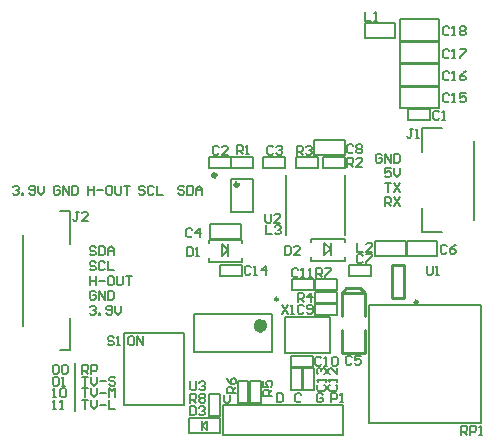
<source format=gto>
%FSLAX25Y25*%
%MOIN*%
G70*
G01*
G75*
G04 Layer_Color=52428*
%ADD10R,0.07087X0.08661*%
%ADD11R,0.05906X0.02953*%
%ADD12R,0.11811X0.08268*%
%ADD13R,0.06693X0.02362*%
%ADD14R,0.10630X0.03937*%
%ADD15R,0.06299X0.08661*%
%ADD16R,0.03543X0.03740*%
%ADD17O,0.06693X0.01693*%
%ADD18R,0.01969X0.02165*%
%ADD19R,0.03000X0.03543*%
%ADD20R,0.16535X0.05512*%
%ADD21R,0.03937X0.05709*%
%ADD22R,0.04331X0.02362*%
%ADD23R,0.05315X0.07087*%
%ADD24R,0.02803X0.03600*%
%ADD25R,0.02804X0.03600*%
%ADD26R,0.02165X0.01969*%
%ADD27O,0.01378X0.06693*%
%ADD28R,0.04724X0.04331*%
%ADD29C,0.03000*%
%ADD30C,0.01500*%
%ADD31C,0.00800*%
%ADD32C,0.01000*%
%ADD33C,0.01200*%
%ADD34C,0.02000*%
%ADD35R,0.05118X0.05118*%
%ADD36C,0.05118*%
%ADD37R,0.05906X0.05906*%
%ADD38C,0.05906*%
%ADD39C,0.01969*%
%ADD40C,0.01181*%
%ADD41C,0.00984*%
%ADD42C,0.02362*%
%ADD43C,0.00500*%
%ADD44C,0.00787*%
D31*
X93200Y28500D02*
Y40500D01*
Y28500D02*
X108200D01*
Y40500D01*
X93200D02*
X108200D01*
D32*
X129032Y46988D02*
X132968D01*
X129032Y58012D02*
X132968D01*
Y46988D02*
Y58012D01*
X129032Y46988D02*
Y58012D01*
X118362Y50205D02*
X119945Y48488D01*
X112055D02*
X113638Y50205D01*
X118362D01*
X112055Y40862D02*
Y48488D01*
Y28512D02*
Y36138D01*
X119945Y28512D02*
Y36138D01*
Y40862D02*
Y48488D01*
X112055Y28512D02*
X119945D01*
X112055Y48488D02*
X119945D01*
D40*
X77681Y84705D02*
G03*
X77681Y84705I-591J0D01*
G01*
X70299Y87854D02*
G03*
X70299Y87854I-591J0D01*
G01*
D41*
X137398Y45610D02*
G03*
X137398Y45610I-492J0D01*
G01*
X90862Y46521D02*
G03*
X90862Y46521I-492J0D01*
G01*
D42*
X86236Y37662D02*
G03*
X86236Y37662I-1181J0D01*
G01*
D43*
X21699Y64964D02*
Y75791D01*
X18353D02*
X21699D01*
Y29531D02*
Y40358D01*
X18353Y29531D02*
X21699D01*
X5951Y37602D02*
Y67818D01*
X156201Y73032D02*
Y99213D01*
X139961Y103642D02*
X145472D01*
X139764Y68996D02*
X145571D01*
X138779D02*
X139764D01*
X138779D02*
Y76772D01*
Y95473D02*
Y103642D01*
X139961D01*
X121200Y44600D02*
X158700D01*
Y5100D02*
Y44600D01*
X121200Y5100D02*
X158700D01*
X121200D02*
Y44600D01*
X39400Y11300D02*
X59400D01*
Y35300D01*
X39400D02*
X59400D01*
X39400Y11300D02*
Y35300D01*
X72126Y60768D02*
Y64902D01*
Y60768D02*
X74193Y62835D01*
X74193D02*
X74193D01*
X72126Y64902D02*
X74193Y62835D01*
X74291Y60768D02*
Y64902D01*
X79015Y58996D02*
Y60177D01*
X67795Y58996D02*
X79015D01*
X67795D02*
Y60177D01*
X79015Y65098D02*
Y66181D01*
X67795D02*
X79015D01*
X67795Y65098D02*
Y66181D01*
X67799Y90350D02*
X75122D01*
X67799D02*
Y93972D01*
X75122D01*
Y90350D02*
Y93972D01*
X75299Y90350D02*
X82622D01*
X75299D02*
Y93972D01*
X82622D01*
Y90350D02*
Y93972D01*
X85739Y90289D02*
X93061D01*
X85739D02*
Y93911D01*
X93061D01*
Y90289D02*
Y93911D01*
X68264Y71658D02*
X78500D01*
X68264Y66618D02*
Y71658D01*
Y66618D02*
X78500D01*
Y71658D01*
X106008Y90354D02*
X113331D01*
X106008D02*
Y93976D01*
X113331D01*
Y90354D02*
Y93976D01*
X97008Y90354D02*
X104331D01*
X97008D02*
Y93976D01*
X104331D01*
Y90354D02*
Y93976D01*
X102972Y94646D02*
X113209D01*
Y99685D01*
X102972D02*
X113209D01*
X102972Y94646D02*
Y99685D01*
X113146Y68079D02*
Y87764D01*
X93461Y68079D02*
Y87764D01*
X106323Y61130D02*
Y65264D01*
Y61130D02*
X108389Y63197D01*
X108389D02*
X108389D01*
X106323Y65264D02*
X108389Y63197D01*
X108488Y61130D02*
Y65264D01*
X113212Y59358D02*
Y60539D01*
X101992Y59358D02*
X113212D01*
X101992D02*
Y60539D01*
X113212Y65461D02*
Y66543D01*
X101992D02*
X113212D01*
X101992Y65461D02*
Y66543D01*
X131390Y110165D02*
X144461D01*
X131390D02*
Y117409D01*
X144461D01*
Y110165D02*
Y117409D01*
X131390Y117665D02*
X144461D01*
X131390D02*
Y124909D01*
X144461D01*
Y117665D02*
Y124909D01*
X131390Y125165D02*
X144461D01*
X131390D02*
Y132409D01*
X144461D01*
Y125165D02*
Y132409D01*
X131390Y132665D02*
X144461D01*
X131390D02*
Y139909D01*
X144461D01*
Y132665D02*
Y139909D01*
X119803Y133480D02*
X130039D01*
Y138520D01*
X119803D02*
X130039D01*
X119803Y133480D02*
Y138520D01*
X134339Y106189D02*
X141661D01*
X134339D02*
Y109811D01*
X141661D01*
Y106189D02*
Y109811D01*
X123303Y60980D02*
X133539D01*
Y66020D01*
X123303D02*
X133539D01*
X123303Y60980D02*
Y66020D01*
X133803Y60980D02*
X144039D01*
Y66020D01*
X133803D02*
X144039D01*
X133803Y60980D02*
Y66020D01*
X114639Y58011D02*
X121961D01*
Y54389D02*
Y58011D01*
X114639Y54389D02*
X121961D01*
X114639D02*
Y58011D01*
X67187Y2900D02*
Y5900D01*
X65687Y4400D02*
X67187Y5900D01*
X65687Y4400D02*
X67187Y2900D01*
X65687D02*
Y5900D01*
X67989Y7739D02*
Y15061D01*
X71611D01*
Y7739D02*
Y15061D01*
X67989Y7739D02*
X71611D01*
X103239Y49011D02*
X110561D01*
Y45389D02*
Y49011D01*
X103239Y45389D02*
X110561D01*
X103239D02*
Y49011D01*
Y41189D02*
X110561D01*
X103239D02*
Y44811D01*
X110561D01*
Y41189D02*
Y44811D01*
X95339Y24089D02*
X102661D01*
X95339D02*
Y27711D01*
X102661D01*
Y24089D02*
Y27711D01*
X95439Y53111D02*
X102761D01*
Y49489D02*
Y53111D01*
X95439Y49489D02*
X102761D01*
X95439D02*
Y53111D01*
X103239D02*
X110561D01*
Y49489D02*
Y53111D01*
X103239Y49489D02*
X110561D01*
X103239D02*
Y53111D01*
X71639Y54389D02*
X78961D01*
X71639D02*
Y58011D01*
X78961D01*
Y54389D02*
Y58011D01*
X98811Y16239D02*
Y23561D01*
X95189Y16239D02*
X98811D01*
X95189D02*
Y23561D01*
X98811D01*
X102911Y16239D02*
Y23561D01*
X99289Y16239D02*
X102911D01*
X99289D02*
Y23561D01*
X102911D01*
X81489Y11939D02*
Y19261D01*
X85111D01*
Y11939D02*
Y19261D01*
X81489Y11939D02*
X85111D01*
X77389D02*
Y19261D01*
X81011D01*
Y11939D02*
Y19261D01*
X77389Y11939D02*
X81011D01*
X23122Y9342D02*
Y25153D01*
X144633Y108897D02*
X144133Y109397D01*
X143134D01*
X142634Y108897D01*
Y106897D01*
X143134Y106398D01*
X144133D01*
X144633Y106897D01*
X145633Y106398D02*
X146633D01*
X146133D01*
Y109397D01*
X145633Y108897D01*
X71082Y97235D02*
X70582Y97735D01*
X69582D01*
X69083Y97235D01*
Y95236D01*
X69582Y94736D01*
X70582D01*
X71082Y95236D01*
X74081Y94736D02*
X72082D01*
X74081Y96736D01*
Y97235D01*
X73581Y97735D01*
X72582D01*
X72082Y97235D01*
X89277Y97174D02*
X88778Y97674D01*
X87778D01*
X87278Y97174D01*
Y95175D01*
X87778Y94675D01*
X88778D01*
X89277Y95175D01*
X90277Y97174D02*
X90777Y97674D01*
X91777D01*
X92276Y97174D01*
Y96674D01*
X91777Y96174D01*
X91277D01*
X91777D01*
X92276Y95675D01*
Y95175D01*
X91777Y94675D01*
X90777D01*
X90277Y95175D01*
X62271Y69657D02*
X61771Y70157D01*
X60772D01*
X60272Y69657D01*
Y67657D01*
X60772Y67158D01*
X61771D01*
X62271Y67657D01*
X64770Y67158D02*
Y70157D01*
X63271Y68657D01*
X65270D01*
X115499Y27099D02*
X114999Y27599D01*
X114000D01*
X113500Y27099D01*
Y25100D01*
X114000Y24600D01*
X114999D01*
X115499Y25100D01*
X118498Y27599D02*
X116499D01*
Y26100D01*
X117499Y26599D01*
X117999D01*
X118498Y26100D01*
Y25100D01*
X117999Y24600D01*
X116999D01*
X116499Y25100D01*
X147078Y64212D02*
X146578Y64712D01*
X145579D01*
X145079Y64212D01*
Y62212D01*
X145579Y61713D01*
X146578D01*
X147078Y62212D01*
X150077Y64712D02*
X149077Y64212D01*
X148078Y63212D01*
Y62212D01*
X148578Y61713D01*
X149577D01*
X150077Y62212D01*
Y62712D01*
X149577Y63212D01*
X148078D01*
X119099Y60999D02*
X118599Y61499D01*
X117600D01*
X117100Y60999D01*
Y59000D01*
X117600Y58500D01*
X118599D01*
X119099Y59000D01*
X120099Y61499D02*
X122098D01*
Y60999D01*
X120099Y59000D01*
Y58500D01*
X115899Y97699D02*
X115400Y98199D01*
X114400D01*
X113900Y97699D01*
Y95700D01*
X114400Y95200D01*
X115400D01*
X115899Y95700D01*
X116899Y97699D02*
X117399Y98199D01*
X118399D01*
X118898Y97699D01*
Y97199D01*
X118399Y96700D01*
X118898Y96200D01*
Y95700D01*
X118399Y95200D01*
X117399D01*
X116899Y95700D01*
Y96200D01*
X117399Y96700D01*
X116899Y97199D01*
Y97699D01*
X117399Y96700D02*
X118399D01*
X99499Y44232D02*
X99000Y44731D01*
X98000D01*
X97500Y44232D01*
Y42232D01*
X98000Y41732D01*
X99000D01*
X99499Y42232D01*
X100499D02*
X100999Y41732D01*
X101999D01*
X102498Y42232D01*
Y44232D01*
X101999Y44731D01*
X100999D01*
X100499Y44232D01*
Y43732D01*
X100999Y43232D01*
X102498D01*
X105299Y26899D02*
X104799Y27399D01*
X103800D01*
X103300Y26899D01*
Y24900D01*
X103800Y24400D01*
X104799D01*
X105299Y24900D01*
X106299Y24400D02*
X107299D01*
X106799D01*
Y27399D01*
X106299Y26899D01*
X108798D02*
X109298Y27399D01*
X110298D01*
X110798Y26899D01*
Y24900D01*
X110298Y24400D01*
X109298D01*
X108798Y24900D01*
Y26899D01*
X97699Y56399D02*
X97199Y56899D01*
X96200D01*
X95700Y56399D01*
Y54400D01*
X96200Y53900D01*
X97199D01*
X97699Y54400D01*
X98699Y53900D02*
X99699D01*
X99199D01*
Y56899D01*
X98699Y56399D01*
X101198Y53900D02*
X102198D01*
X101698D01*
Y56899D01*
X101198Y56399D01*
X108101Y17999D02*
X107601Y17500D01*
Y16500D01*
X108101Y16000D01*
X110100D01*
X110600Y16500D01*
Y17500D01*
X110100Y17999D01*
X110600Y18999D02*
Y19999D01*
Y19499D01*
X107601D01*
X108101Y18999D01*
X110600Y23498D02*
Y21498D01*
X108601Y23498D01*
X108101D01*
X107601Y22998D01*
Y21998D01*
X108101Y21498D01*
X104301Y17999D02*
X103801Y17500D01*
Y16500D01*
X104301Y16000D01*
X106300D01*
X106800Y16500D01*
Y17500D01*
X106300Y17999D01*
X106800Y18999D02*
Y19999D01*
Y19499D01*
X103801D01*
X104301Y18999D01*
Y21498D02*
X103801Y21998D01*
Y22998D01*
X104301Y23498D01*
X104801D01*
X105300Y22998D01*
Y22498D01*
Y22998D01*
X105800Y23498D01*
X106300D01*
X106800Y22998D01*
Y21998D01*
X106300Y21498D01*
X81799Y57099D02*
X81300Y57599D01*
X80300D01*
X79800Y57099D01*
Y55100D01*
X80300Y54600D01*
X81300D01*
X81799Y55100D01*
X82799Y54600D02*
X83799D01*
X83299D01*
Y57599D01*
X82799Y57099D01*
X86798Y54600D02*
Y57599D01*
X85298Y56099D01*
X87298D01*
X60480Y63834D02*
Y60835D01*
X61980D01*
X62480Y61335D01*
Y63334D01*
X61980Y63834D01*
X60480D01*
X63479Y60835D02*
X64479D01*
X63979D01*
Y63834D01*
X63479Y63334D01*
X93209Y64318D02*
Y61319D01*
X94708D01*
X95208Y61819D01*
Y63818D01*
X94708Y64318D01*
X93209D01*
X98207Y61319D02*
X96208D01*
X98207Y63318D01*
Y63818D01*
X97707Y64318D01*
X96707D01*
X96208Y63818D01*
X61500Y10899D02*
Y7900D01*
X62999D01*
X63499Y8400D01*
Y10399D01*
X62999Y10899D01*
X61500D01*
X64499Y10399D02*
X64999Y10899D01*
X65999D01*
X66498Y10399D01*
Y9899D01*
X65999Y9399D01*
X65499D01*
X65999D01*
X66498Y8900D01*
Y8400D01*
X65999Y7900D01*
X64999D01*
X64499Y8400D01*
X135858Y103393D02*
X134858D01*
X135358D01*
Y100893D01*
X134858Y100394D01*
X134358D01*
X133858Y100893D01*
X136857Y100394D02*
X137857D01*
X137357D01*
Y103393D01*
X136857Y102893D01*
X24499Y75599D02*
X23500D01*
X24000D01*
Y73100D01*
X23500Y72600D01*
X23000D01*
X22500Y73100D01*
X27498Y72600D02*
X25499D01*
X27498Y74599D01*
Y75099D01*
X26999Y75599D01*
X25999D01*
X25499Y75099D01*
X119980Y142401D02*
Y139402D01*
X121980D01*
X122979D02*
X123979D01*
X123479D01*
Y142401D01*
X122979Y141901D01*
X117300Y65399D02*
Y62400D01*
X119299D01*
X122298D02*
X120299D01*
X122298Y64399D01*
Y64899D01*
X121799Y65399D01*
X120799D01*
X120299Y64899D01*
X86748Y71141D02*
Y68142D01*
X88747D01*
X89747Y70641D02*
X90247Y71141D01*
X91247D01*
X91746Y70641D01*
Y70141D01*
X91247Y69641D01*
X90747D01*
X91247D01*
X91746Y69141D01*
Y68642D01*
X91247Y68142D01*
X90247D01*
X89747Y68642D01*
X108600Y12100D02*
Y15099D01*
X110099D01*
X110599Y14599D01*
Y13600D01*
X110099Y13100D01*
X108600D01*
X111599Y12100D02*
X112599D01*
X112099D01*
Y15099D01*
X111599Y14599D01*
X77153Y94835D02*
Y97834D01*
X78653D01*
X79153Y97334D01*
Y96334D01*
X78653Y95834D01*
X77153D01*
X78153D02*
X79153Y94835D01*
X80153D02*
X81152D01*
X80652D01*
Y97834D01*
X80153Y97334D01*
X114020Y90634D02*
Y93633D01*
X115519D01*
X116019Y93133D01*
Y92133D01*
X115519Y91633D01*
X114020D01*
X115019D02*
X116019Y90634D01*
X119018D02*
X117019D01*
X119018Y92633D01*
Y93133D01*
X118518Y93633D01*
X117519D01*
X117019Y93133D01*
X97200Y94600D02*
Y97599D01*
X98699D01*
X99199Y97099D01*
Y96100D01*
X98699Y95600D01*
X97200D01*
X98200D02*
X99199Y94600D01*
X100199Y97099D02*
X100699Y97599D01*
X101699D01*
X102198Y97099D01*
Y96599D01*
X101699Y96100D01*
X101199D01*
X101699D01*
X102198Y95600D01*
Y95100D01*
X101699Y94600D01*
X100699D01*
X100199Y95100D01*
X97500Y45600D02*
Y48599D01*
X99000D01*
X99499Y48099D01*
Y47100D01*
X99000Y46600D01*
X97500D01*
X98500D02*
X99499Y45600D01*
X101999D02*
Y48599D01*
X100499Y47100D01*
X102498D01*
X88900Y14400D02*
X85901D01*
Y15900D01*
X86401Y16399D01*
X87401D01*
X87900Y15900D01*
Y14400D01*
Y15400D02*
X88900Y16399D01*
X85901Y19398D02*
Y17399D01*
X87401D01*
X86901Y18399D01*
Y18899D01*
X87401Y19398D01*
X88400D01*
X88900Y18899D01*
Y17899D01*
X88400Y17399D01*
X76800Y15100D02*
X73801D01*
Y16600D01*
X74301Y17099D01*
X75301D01*
X75800Y16600D01*
Y15100D01*
Y16100D02*
X76800Y17099D01*
X73801Y20098D02*
X74301Y19099D01*
X75301Y18099D01*
X76300D01*
X76800Y18599D01*
Y19599D01*
X76300Y20098D01*
X75800D01*
X75301Y19599D01*
Y18099D01*
X103600Y53900D02*
Y56899D01*
X105099D01*
X105599Y56399D01*
Y55400D01*
X105099Y54900D01*
X103600D01*
X104600D02*
X105599Y53900D01*
X106599Y56899D02*
X108598D01*
Y56399D01*
X106599Y54400D01*
Y53900D01*
X61600Y12000D02*
Y14999D01*
X63099D01*
X63599Y14499D01*
Y13499D01*
X63099Y13000D01*
X61600D01*
X62600D02*
X63599Y12000D01*
X64599Y14499D02*
X65099Y14999D01*
X66099D01*
X66598Y14499D01*
Y13999D01*
X66099Y13499D01*
X66598Y13000D01*
Y12500D01*
X66099Y12000D01*
X65099D01*
X64599Y12500D01*
Y13000D01*
X65099Y13499D01*
X64599Y13999D01*
Y14499D01*
X65099Y13499D02*
X66099D01*
X151969Y1280D02*
Y4279D01*
X153468D01*
X153968Y3779D01*
Y2779D01*
X153468Y2279D01*
X151969D01*
X152968D02*
X153968Y1280D01*
X154967D02*
Y4279D01*
X156467D01*
X156967Y3779D01*
Y2779D01*
X156467Y2279D01*
X154967D01*
X157967Y1280D02*
X158966D01*
X158466D01*
Y4279D01*
X157967Y3779D01*
X36183Y33708D02*
X35683Y34208D01*
X34683D01*
X34183Y33708D01*
Y33208D01*
X34683Y32708D01*
X35683D01*
X36183Y32208D01*
Y31708D01*
X35683Y31209D01*
X34683D01*
X34183Y31708D01*
X37183Y31209D02*
X38182D01*
X37682D01*
Y34208D01*
X37183Y33708D01*
X140551Y57625D02*
Y55126D01*
X141051Y54626D01*
X142051D01*
X142551Y55126D01*
Y57625D01*
X143550Y54626D02*
X144550D01*
X144050D01*
Y57625D01*
X143550Y57125D01*
X86650Y74979D02*
Y72480D01*
X87150Y71980D01*
X88149D01*
X88649Y72480D01*
Y74979D01*
X91648Y71980D02*
X89649D01*
X91648Y73980D01*
Y74480D01*
X91148Y74979D01*
X90149D01*
X89649Y74480D01*
X61700Y19099D02*
Y16600D01*
X62200Y16100D01*
X63200D01*
X63699Y16600D01*
Y19099D01*
X64699Y18599D02*
X65199Y19099D01*
X66199D01*
X66698Y18599D01*
Y18099D01*
X66199Y17600D01*
X65699D01*
X66199D01*
X66698Y17100D01*
Y16600D01*
X66199Y16100D01*
X65199D01*
X64699Y16600D01*
X147964Y114704D02*
X147464Y115204D01*
X146464D01*
X145965Y114704D01*
Y112705D01*
X146464Y112205D01*
X147464D01*
X147964Y112705D01*
X148964Y112205D02*
X149963D01*
X149463D01*
Y115204D01*
X148964Y114704D01*
X153462Y115204D02*
X151463D01*
Y113704D01*
X152462Y114204D01*
X152962D01*
X153462Y113704D01*
Y112705D01*
X152962Y112205D01*
X151963D01*
X151463Y112705D01*
X147964Y121987D02*
X147464Y122487D01*
X146464D01*
X145965Y121987D01*
Y119988D01*
X146464Y119488D01*
X147464D01*
X147964Y119988D01*
X148964Y119488D02*
X149963D01*
X149463D01*
Y122487D01*
X148964Y121987D01*
X153462Y122487D02*
X152462Y121987D01*
X151463Y120988D01*
Y119988D01*
X151963Y119488D01*
X152962D01*
X153462Y119988D01*
Y120488D01*
X152962Y120988D01*
X151463D01*
X147964Y129369D02*
X147464Y129869D01*
X146464D01*
X145965Y129369D01*
Y127370D01*
X146464Y126870D01*
X147464D01*
X147964Y127370D01*
X148964Y126870D02*
X149963D01*
X149463D01*
Y129869D01*
X148964Y129369D01*
X151463Y129869D02*
X153462D01*
Y129369D01*
X151463Y127370D01*
Y126870D01*
X147964Y137046D02*
X147464Y137546D01*
X146464D01*
X145965Y137046D01*
Y135047D01*
X146464Y134547D01*
X147464D01*
X147964Y135047D01*
X148964Y134547D02*
X149963D01*
X149463D01*
Y137546D01*
X148964Y137046D01*
X151463D02*
X151963Y137546D01*
X152962D01*
X153462Y137046D01*
Y136547D01*
X152962Y136047D01*
X153462Y135547D01*
Y135047D01*
X152962Y134547D01*
X151963D01*
X151463Y135047D01*
Y135547D01*
X151963Y136047D01*
X151463Y136547D01*
Y137046D01*
X151963Y136047D02*
X152962D01*
X92200Y44599D02*
X94199Y41600D01*
Y44599D02*
X92200Y41600D01*
X95199D02*
X96199D01*
X95699D01*
Y44599D01*
X95199Y44099D01*
X30199Y63699D02*
X29700Y64199D01*
X28700D01*
X28200Y63699D01*
Y63199D01*
X28700Y62700D01*
X29700D01*
X30199Y62200D01*
Y61700D01*
X29700Y61200D01*
X28700D01*
X28200Y61700D01*
X31199Y64199D02*
Y61200D01*
X32699D01*
X33198Y61700D01*
Y63699D01*
X32699Y64199D01*
X31199D01*
X34198Y61200D02*
Y63199D01*
X35198Y64199D01*
X36197Y63199D01*
Y61200D01*
Y62700D01*
X34198D01*
X30199Y58724D02*
X29700Y59224D01*
X28700D01*
X28200Y58724D01*
Y58224D01*
X28700Y57724D01*
X29700D01*
X30199Y57225D01*
Y56725D01*
X29700Y56225D01*
X28700D01*
X28200Y56725D01*
X33198Y58724D02*
X32699Y59224D01*
X31699D01*
X31199Y58724D01*
Y56725D01*
X31699Y56225D01*
X32699D01*
X33198Y56725D01*
X34198Y59224D02*
Y56225D01*
X36197D01*
X28200Y54249D02*
Y51250D01*
Y52750D01*
X30199D01*
Y54249D01*
Y51250D01*
X31199Y52750D02*
X33198D01*
X35698Y54249D02*
X34698D01*
X34198Y53749D01*
Y51750D01*
X34698Y51250D01*
X35698D01*
X36197Y51750D01*
Y53749D01*
X35698Y54249D01*
X37197D02*
Y51750D01*
X37697Y51250D01*
X38697D01*
X39196Y51750D01*
Y54249D01*
X40196D02*
X42195D01*
X41196D01*
Y51250D01*
X30199Y48774D02*
X29700Y49274D01*
X28700D01*
X28200Y48774D01*
Y46775D01*
X28700Y46275D01*
X29700D01*
X30199Y46775D01*
Y47774D01*
X29200D01*
X31199Y46275D02*
Y49274D01*
X33198Y46275D01*
Y49274D01*
X34198D02*
Y46275D01*
X35698D01*
X36197Y46775D01*
Y48774D01*
X35698Y49274D01*
X34198D01*
X28200Y43799D02*
X28700Y44299D01*
X29700D01*
X30199Y43799D01*
Y43299D01*
X29700Y42799D01*
X29200D01*
X29700D01*
X30199Y42300D01*
Y41800D01*
X29700Y41300D01*
X28700D01*
X28200Y41800D01*
X31199Y41300D02*
Y41800D01*
X31699D01*
Y41300D01*
X31199D01*
X33698Y41800D02*
X34198Y41300D01*
X35198D01*
X35698Y41800D01*
Y43799D01*
X35198Y44299D01*
X34198D01*
X33698Y43799D01*
Y43299D01*
X34198Y42799D01*
X35698D01*
X36697Y44299D02*
Y42300D01*
X37697Y41300D01*
X38697Y42300D01*
Y44299D01*
X2400Y83899D02*
X2900Y84399D01*
X3900D01*
X4399Y83899D01*
Y83399D01*
X3900Y82899D01*
X3400D01*
X3900D01*
X4399Y82400D01*
Y81900D01*
X3900Y81400D01*
X2900D01*
X2400Y81900D01*
X5399Y81400D02*
Y81900D01*
X5899D01*
Y81400D01*
X5399D01*
X7898Y81900D02*
X8398Y81400D01*
X9398D01*
X9898Y81900D01*
Y83899D01*
X9398Y84399D01*
X8398D01*
X7898Y83899D01*
Y83399D01*
X8398Y82899D01*
X9898D01*
X10897Y84399D02*
Y82400D01*
X11897Y81400D01*
X12897Y82400D01*
Y84399D01*
X18099Y83899D02*
X17600Y84399D01*
X16600D01*
X16100Y83899D01*
Y81900D01*
X16600Y81400D01*
X17600D01*
X18099Y81900D01*
Y82899D01*
X17100D01*
X19099Y81400D02*
Y84399D01*
X21098Y81400D01*
Y84399D01*
X22098D02*
Y81400D01*
X23598D01*
X24097Y81900D01*
Y83899D01*
X23598Y84399D01*
X22098D01*
X27600D02*
Y81400D01*
Y82899D01*
X29599D01*
Y84399D01*
Y81400D01*
X30599Y82899D02*
X32598D01*
X35098Y84399D02*
X34098D01*
X33598Y83899D01*
Y81900D01*
X34098Y81400D01*
X35098D01*
X35597Y81900D01*
Y83899D01*
X35098Y84399D01*
X36597D02*
Y81900D01*
X37097Y81400D01*
X38097D01*
X38596Y81900D01*
Y84399D01*
X39596D02*
X41596D01*
X40596D01*
Y81400D01*
X46499Y83899D02*
X46000Y84399D01*
X45000D01*
X44500Y83899D01*
Y83399D01*
X45000Y82899D01*
X46000D01*
X46499Y82400D01*
Y81900D01*
X46000Y81400D01*
X45000D01*
X44500Y81900D01*
X49498Y83899D02*
X48999Y84399D01*
X47999D01*
X47499Y83899D01*
Y81900D01*
X47999Y81400D01*
X48999D01*
X49498Y81900D01*
X50498Y84399D02*
Y81400D01*
X52497D01*
X59699Y83899D02*
X59200Y84399D01*
X58200D01*
X57700Y83899D01*
Y83399D01*
X58200Y82899D01*
X59200D01*
X59699Y82400D01*
Y81900D01*
X59200Y81400D01*
X58200D01*
X57700Y81900D01*
X60699Y84399D02*
Y81400D01*
X62199D01*
X62698Y81900D01*
Y83899D01*
X62199Y84399D01*
X60699D01*
X63698Y81400D02*
Y83399D01*
X64698Y84399D01*
X65697Y83399D01*
Y81400D01*
Y82899D01*
X63698D01*
X42444Y34101D02*
X41445D01*
X40945Y33601D01*
Y31602D01*
X41445Y31102D01*
X42444D01*
X42944Y31602D01*
Y33601D01*
X42444Y34101D01*
X43944Y31102D02*
Y34101D01*
X45943Y31102D01*
Y34101D01*
X125394Y94499D02*
X124895Y94999D01*
X123895D01*
X123395Y94499D01*
Y92500D01*
X123895Y92000D01*
X124895D01*
X125394Y92500D01*
Y93499D01*
X124395D01*
X126394Y92000D02*
Y94999D01*
X128393Y92000D01*
Y94999D01*
X129393D02*
Y92000D01*
X130893D01*
X131393Y92500D01*
Y94499D01*
X130893Y94999D01*
X129393D01*
X128393Y90166D02*
X126394D01*
Y88666D01*
X127394Y89166D01*
X127894D01*
X128393Y88666D01*
Y87666D01*
X127894Y87167D01*
X126894D01*
X126394Y87666D01*
X129393Y90166D02*
Y88166D01*
X130393Y87167D01*
X131393Y88166D01*
Y90166D01*
X126394Y85332D02*
X128393D01*
X127394D01*
Y82333D01*
X129393Y85332D02*
X131393Y82333D01*
Y85332D02*
X129393Y82333D01*
X126394Y77500D02*
Y80499D01*
X127894D01*
X128393Y79999D01*
Y79000D01*
X127894Y78500D01*
X126394D01*
X127394D02*
X128393Y77500D01*
X129393Y80499D02*
X131393Y77500D01*
Y80499D02*
X129393Y77500D01*
X25591Y12842D02*
X27590D01*
X26590D01*
Y9843D01*
X28590Y12842D02*
Y10842D01*
X29589Y9843D01*
X30589Y10842D01*
Y12842D01*
X31589Y11342D02*
X33588D01*
X34588Y12842D02*
Y9843D01*
X36587D01*
X25591Y20716D02*
X27590D01*
X26590D01*
Y17717D01*
X28590Y20716D02*
Y18716D01*
X29589Y17717D01*
X30589Y18716D01*
Y20716D01*
X31589Y19216D02*
X33588D01*
X36587Y20216D02*
X36087Y20716D01*
X35087D01*
X34588Y20216D01*
Y19716D01*
X35087Y19216D01*
X36087D01*
X36587Y18716D01*
Y18216D01*
X36087Y17717D01*
X35087D01*
X34588Y18216D01*
X25591Y16779D02*
X27590D01*
X26590D01*
Y13780D01*
X28590Y16779D02*
Y14779D01*
X29589Y13780D01*
X30589Y14779D01*
Y16779D01*
X31589Y15279D02*
X33588D01*
X34588Y13780D02*
Y16779D01*
X35587Y15779D01*
X36587Y16779D01*
Y13780D01*
X15748Y24153D02*
X16248Y24653D01*
X17248D01*
X17747Y24153D01*
Y22153D01*
X17248Y21654D01*
X16248D01*
X15748Y22153D01*
Y24153D01*
X18747D02*
X19247Y24653D01*
X20247D01*
X20746Y24153D01*
Y22153D01*
X20247Y21654D01*
X19247D01*
X18747Y22153D01*
Y24153D01*
X25591Y21654D02*
Y24653D01*
X27090D01*
X27590Y24153D01*
Y23153D01*
X27090Y22653D01*
X25591D01*
X26590D02*
X27590Y21654D01*
X28590D02*
Y24653D01*
X30089D01*
X30589Y24153D01*
Y23153D01*
X30089Y22653D01*
X28590D01*
X15748Y20216D02*
X16248Y20716D01*
X17248D01*
X17747Y20216D01*
Y18216D01*
X17248Y17717D01*
X16248D01*
X15748Y18216D01*
Y20216D01*
X18747Y17717D02*
X19747D01*
X19247D01*
Y20716D01*
X18747Y20216D01*
X15748Y13780D02*
X16748D01*
X16248D01*
Y16779D01*
X15748Y16279D01*
X18247D02*
X18747Y16779D01*
X19747D01*
X20247Y16279D01*
Y14279D01*
X19747Y13780D01*
X18747D01*
X18247Y14279D01*
Y16279D01*
X15748Y9843D02*
X16748D01*
X16248D01*
Y12842D01*
X15748Y12342D01*
X18247Y9843D02*
X19247D01*
X18747D01*
Y12842D01*
X18247Y12342D01*
X90500Y15099D02*
Y12100D01*
X92000D01*
X92499Y12600D01*
Y14599D01*
X92000Y15099D01*
X90500D01*
X98599Y14599D02*
X98099Y15099D01*
X97100D01*
X96600Y14599D01*
Y12600D01*
X97100Y12100D01*
X98099D01*
X98599Y12600D01*
X105799Y14599D02*
X105299Y15099D01*
X104300D01*
X103800Y14599D01*
Y12600D01*
X104300Y12100D01*
X105299D01*
X105799Y12600D01*
Y13600D01*
X104800D01*
X72800Y14599D02*
Y12600D01*
X73800Y11600D01*
X74799Y12600D01*
Y14599D01*
D44*
X112500Y1200D02*
Y11200D01*
X72500Y1200D02*
X112500D01*
X72500Y11200D02*
X112500D01*
X72500Y1200D02*
Y11200D01*
X75221Y75748D02*
Y86575D01*
X82701Y75748D02*
Y86575D01*
X75221D02*
X82701D01*
X75221Y75748D02*
X82701D01*
X71600Y1800D02*
Y7000D01*
X61200Y1800D02*
Y7000D01*
X71600D01*
X61200Y1800D02*
X71600D01*
X63008Y29001D02*
Y41599D01*
X88992Y29001D02*
Y41599D01*
X63008Y29001D02*
X88992D01*
X63008Y41599D02*
X88992D01*
M02*

</source>
